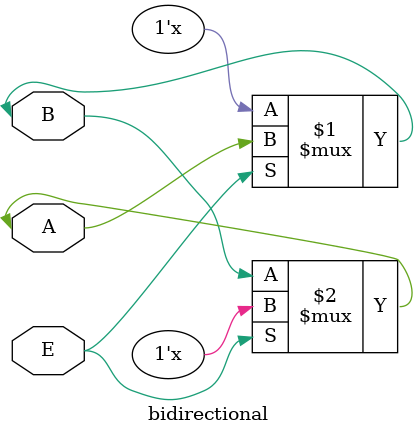
<source format=v>
module bidirectional(E, A, B);
input E;
inout A, B;
bufif1 b1(B, A, E);
bufif0 b2(A, B, E);
endmodule

</source>
